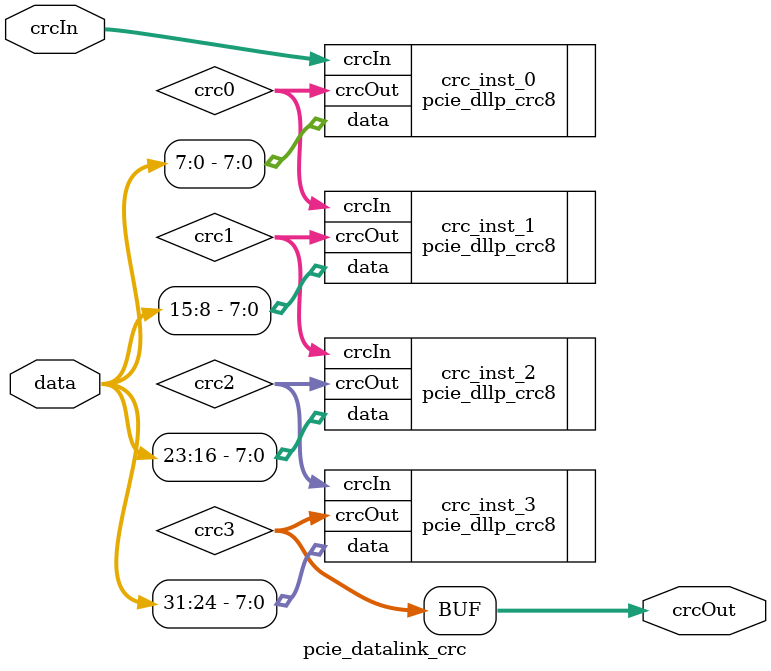
<source format=sv>


`ifndef CRC_V_
`define CRC_V_

// CRC polynomial coefficients: x^16 + x^12 + x^11 + x^10 + x^8 + x^7 + x^5 + x^4 + x^2 + x + 1
//                              0x1DB7 (hex)
// CRC width:                   16 bits
// CRC shift direction:         left (big endian)
// Input word width:            32 bits
module pcie_datalink_crc (
    input  [15:0] crcIn,
    input  [31:0] data,
    output [15:0] crcOut
);

  logic [15:0] crc0;
  logic [15:0] crc1;
  logic [15:0] crc2;
  logic [15:0] crc3;
  reg [15:0] crc4;

  pcie_dllp_crc8 crc_inst_0 (
      .crcIn (crcIn),
      .data  (data[7:0]),
      .crcOut(crc0)
  );

  pcie_dllp_crc8 crc_inst_1 (
      .crcIn (crc0),
      .data  (data[15:8]),
      .crcOut(crc1)
  );

  pcie_dllp_crc8 crc_inst_2 (
      .crcIn (crc1),
      .data  (data[23:16]),
      .crcOut(crc2)
  );

  pcie_dllp_crc8 crc_inst_3 (
      .crcIn (crc2),
      .data  (data[31:24]),
      .crcOut(crc3)
  );



//   always @(*) begin
//     for (int i = 0; i < 8; i++) begin
//       crc4[i]   = crc3[7-i];
//       crc4[i+8] = crc3[15-i];
//     end
//   end

  assign crcOut = crc3;

endmodule

`endif  // CRC_V_

</source>
